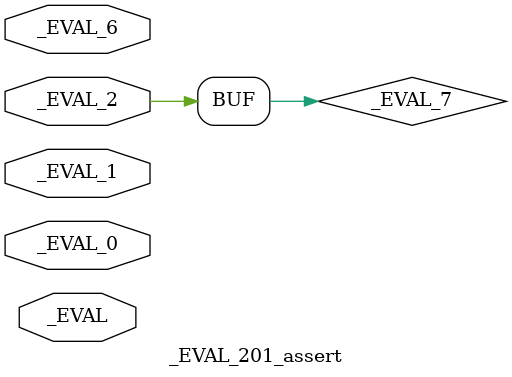
<source format=sv>
module _EVAL_201_assert(
  input   _EVAL,
  input   _EVAL_0,
  input   _EVAL_1,
  input   _EVAL_2,
  input   _EVAL_6
);
  wire  _EVAL_7;
  wire  _EVAL_8;
  wire  _EVAL_9;
  wire  _EVAL_10;
  wire  _EVAL_12;
  wire  _EVAL_18;
  wire  _EVAL_20;
  wire  _EVAL_24;
  wire  _EVAL_26;
  wire  _EVAL_27;
  wire  _EVAL_28;
  wire  _EVAL_29;
  assign _EVAL_28 = ~_EVAL_18;
  assign _EVAL_18 = _EVAL_9 | _EVAL_7;
  assign _EVAL_20 = ~_EVAL_26;
  assign _EVAL_10 = ~_EVAL_27;
  assign _EVAL_24 = ~_EVAL_8;
  assign _EVAL_9 = _EVAL_29 & _EVAL_24;
  assign _EVAL_27 = _EVAL_6 & _EVAL_1;
  assign _EVAL_8 = _EVAL & _EVAL_1;
  assign _EVAL_26 = _EVAL_6 & _EVAL;
  assign _EVAL_7 = _EVAL_2;
  assign _EVAL_12 = ~_EVAL_7;
  assign _EVAL_29 = _EVAL_20 & _EVAL_10;
  always @(posedge _EVAL_0) begin
    `ifndef SYNTHESIS
    `ifdef PRINTF_COND
      if (`PRINTF_COND) begin
    `endif
        if (_EVAL_28) begin
          $fwrite(32'h80000002,"Obfuscated Simulation Output(66ca24a7)\n");
        end
    `ifdef PRINTF_COND
      end
    `endif
    `endif // SYNTHESIS
    `ifndef SYNTHESIS
    `ifdef PRINTF_COND
      if (`PRINTF_COND) begin
    `endif
        if (_EVAL_6 & _EVAL_12) begin
          $fwrite(32'h80000002,"Obfuscated Simulation Output(b78a2954)\n");
        end
    `ifdef PRINTF_COND
      end
    `endif
    `endif // SYNTHESIS
    `ifndef SYNTHESIS
    `ifdef PRINTF_COND
      if (`PRINTF_COND) begin
    `endif
        if (_EVAL_6 & _EVAL_12) begin
          $fwrite(32'h80000002,"Obfuscated Simulation Output(1646262a)\n");
        end
    `ifdef PRINTF_COND
      end
    `endif
    `endif // SYNTHESIS
    `ifndef SYNTHESIS
    `ifdef STOP_COND
      if (`STOP_COND) begin
    `endif
        if (_EVAL_28) begin
          $fatal;
        end
    `ifdef STOP_COND
      end
    `endif
    `endif // SYNTHESIS
  end

endmodule

</source>
